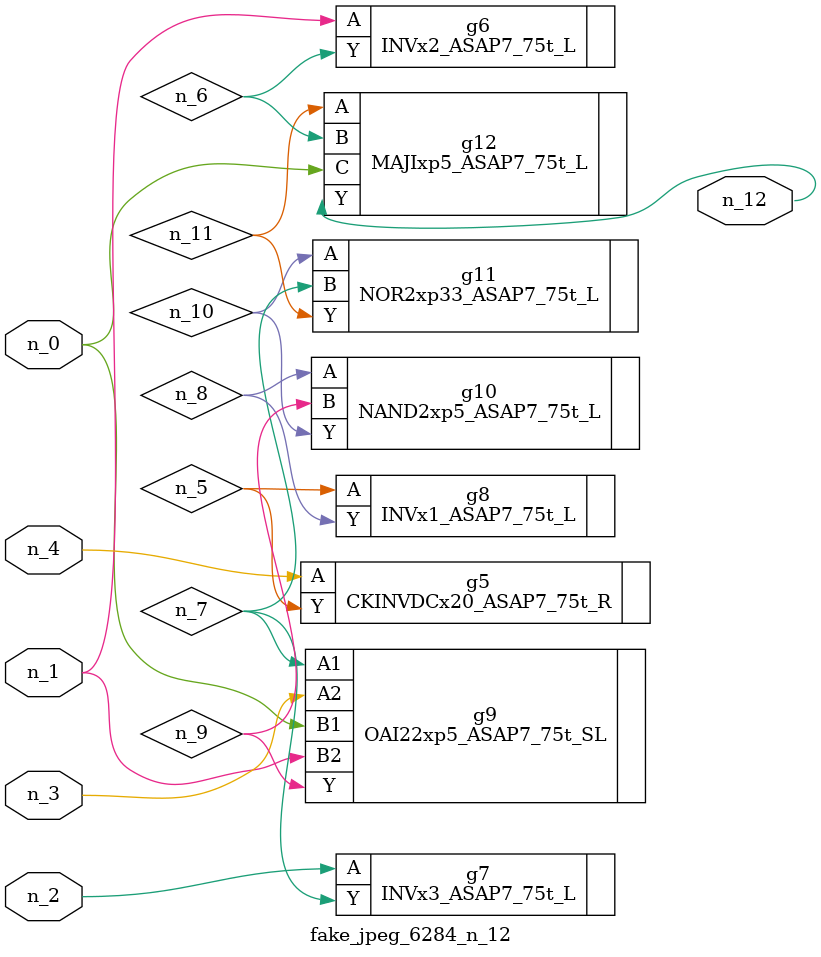
<source format=v>
module fake_jpeg_6284_n_12 (n_3, n_2, n_1, n_0, n_4, n_12);

input n_3;
input n_2;
input n_1;
input n_0;
input n_4;

output n_12;

wire n_11;
wire n_10;
wire n_8;
wire n_9;
wire n_6;
wire n_5;
wire n_7;

CKINVDCx20_ASAP7_75t_R g5 ( 
.A(n_4),
.Y(n_5)
);

INVx2_ASAP7_75t_L g6 ( 
.A(n_1),
.Y(n_6)
);

INVx3_ASAP7_75t_L g7 ( 
.A(n_2),
.Y(n_7)
);

INVx1_ASAP7_75t_L g8 ( 
.A(n_5),
.Y(n_8)
);

NAND2xp5_ASAP7_75t_L g10 ( 
.A(n_8),
.B(n_9),
.Y(n_10)
);

OAI22xp5_ASAP7_75t_SL g9 ( 
.A1(n_7),
.A2(n_3),
.B1(n_0),
.B2(n_1),
.Y(n_9)
);

NOR2xp33_ASAP7_75t_L g11 ( 
.A(n_10),
.B(n_7),
.Y(n_11)
);

MAJIxp5_ASAP7_75t_L g12 ( 
.A(n_11),
.B(n_6),
.C(n_0),
.Y(n_12)
);


endmodule
</source>
